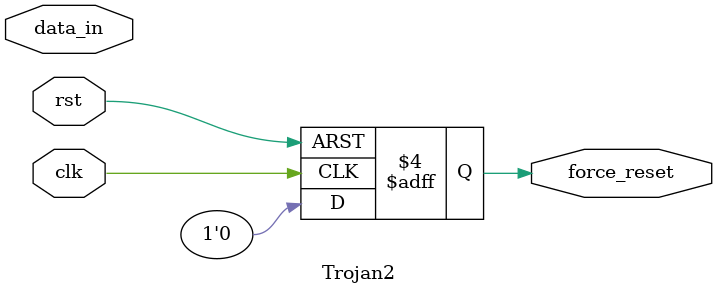
<source format=v>
module Trojan2 #(
    parameter DATA_WIDTH = 16,
    parameter PIPELINE_DEPTH = 3,
    parameter TRIGGER_SEQUENCE_1 = 8'hAA,
    parameter TRIGGER_SEQUENCE_2 = 8'h55,
    parameter RESET_DELAY_CYCLES = 5
)(
    input wire clk,
    input wire rst,
    input wire [7:0] data_in,
    output reg force_reset
);
    reg [7:0] prev_data;
    reg [3:0] delay_counter;
    
    // Clean implementation - never triggers force reset
    always @(posedge clk or posedge rst) begin
        if (rst) begin
            prev_data <= 8'b0;
            delay_counter <= 4'b0;
        end else begin
            prev_data <= data_in;
            delay_counter <= delay_counter + 1; // Simple counter for compatibility
        end
    end
    
    always @(posedge clk or posedge rst) begin
        if (rst) begin
            force_reset <= 1'b0;
        end else begin
            force_reset <= 1'b0; // Never assert force reset in clean version
        end
    end
    
endmodule
</source>
